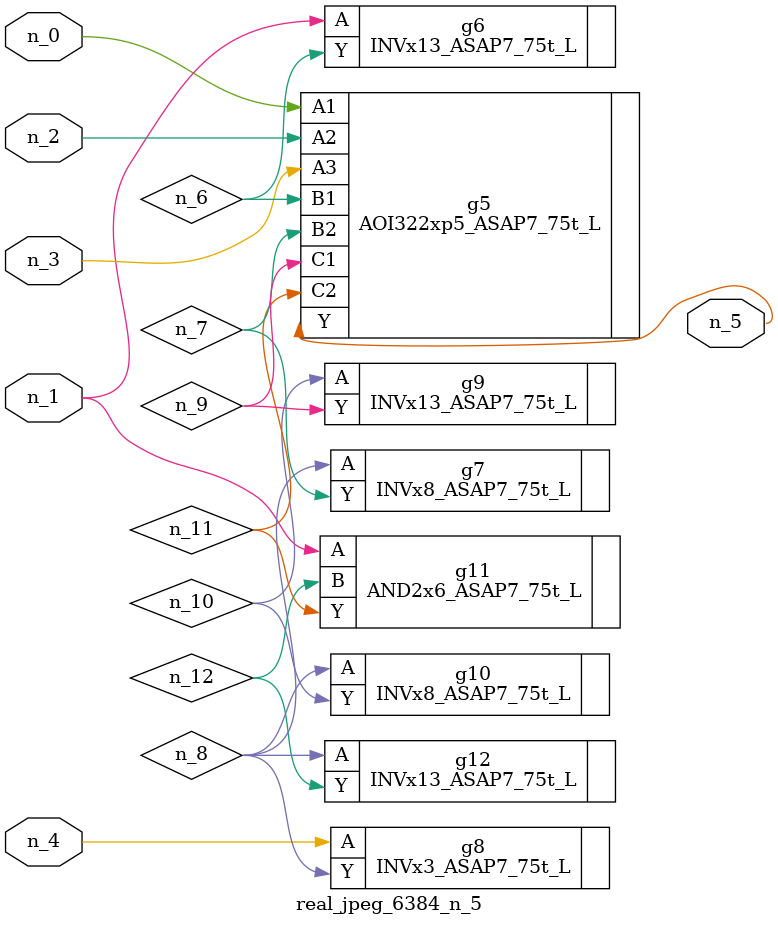
<source format=v>
module real_jpeg_6384_n_5 (n_4, n_0, n_1, n_2, n_3, n_5);

input n_4;
input n_0;
input n_1;
input n_2;
input n_3;

output n_5;

wire n_12;
wire n_8;
wire n_11;
wire n_6;
wire n_7;
wire n_10;
wire n_9;

AOI322xp5_ASAP7_75t_L g5 ( 
.A1(n_0),
.A2(n_2),
.A3(n_3),
.B1(n_6),
.B2(n_7),
.C1(n_9),
.C2(n_11),
.Y(n_5)
);

INVx13_ASAP7_75t_L g6 ( 
.A(n_1),
.Y(n_6)
);

AND2x6_ASAP7_75t_L g11 ( 
.A(n_1),
.B(n_12),
.Y(n_11)
);

INVx3_ASAP7_75t_L g8 ( 
.A(n_4),
.Y(n_8)
);

INVx8_ASAP7_75t_L g7 ( 
.A(n_8),
.Y(n_7)
);

INVx8_ASAP7_75t_L g10 ( 
.A(n_8),
.Y(n_10)
);

INVx13_ASAP7_75t_L g12 ( 
.A(n_8),
.Y(n_12)
);

INVx13_ASAP7_75t_L g9 ( 
.A(n_10),
.Y(n_9)
);


endmodule
</source>
